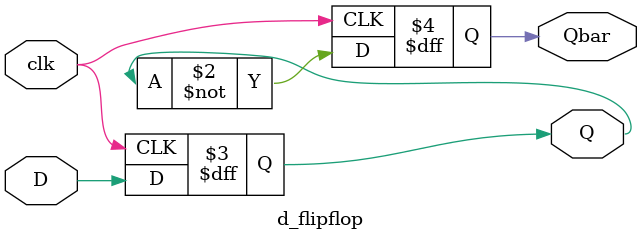
<source format=v>
`timescale 1ns / 1ps


module d_flipflop(
    input clk,        //input slow clock
    input D,       //pushbutton
    output reg Q,         
    output reg Qbar
    );
    
    always@(posedge clk)
    begin
        Q <= D;
        Qbar <= ~Q;
    end
endmodule

</source>
